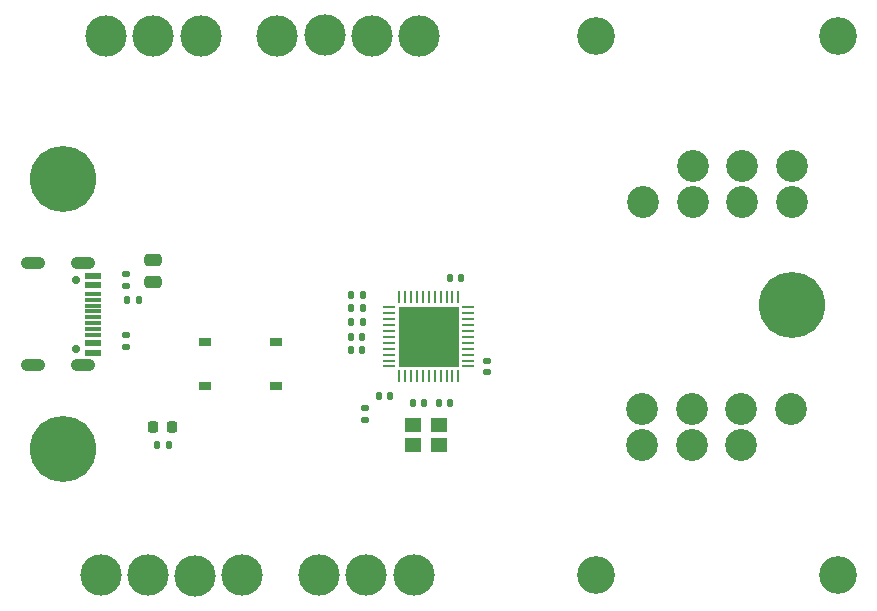
<source format=gbr>
%TF.GenerationSoftware,KiCad,Pcbnew,(6.0.10)*%
%TF.CreationDate,2023-01-18T21:36:02-05:00*%
%TF.ProjectId,32U4_NES_SNES_adapter,33325534-5f4e-4455-935f-534e45535f61,rev?*%
%TF.SameCoordinates,Original*%
%TF.FileFunction,Soldermask,Top*%
%TF.FilePolarity,Negative*%
%FSLAX46Y46*%
G04 Gerber Fmt 4.6, Leading zero omitted, Abs format (unit mm)*
G04 Created by KiCad (PCBNEW (6.0.10)) date 2023-01-18 21:36:02*
%MOMM*%
%LPD*%
G01*
G04 APERTURE LIST*
G04 Aperture macros list*
%AMRoundRect*
0 Rectangle with rounded corners*
0 $1 Rounding radius*
0 $2 $3 $4 $5 $6 $7 $8 $9 X,Y pos of 4 corners*
0 Add a 4 corners polygon primitive as box body*
4,1,4,$2,$3,$4,$5,$6,$7,$8,$9,$2,$3,0*
0 Add four circle primitives for the rounded corners*
1,1,$1+$1,$2,$3*
1,1,$1+$1,$4,$5*
1,1,$1+$1,$6,$7*
1,1,$1+$1,$8,$9*
0 Add four rect primitives between the rounded corners*
20,1,$1+$1,$2,$3,$4,$5,0*
20,1,$1+$1,$4,$5,$6,$7,0*
20,1,$1+$1,$6,$7,$8,$9,0*
20,1,$1+$1,$8,$9,$2,$3,0*%
G04 Aperture macros list end*
%ADD10R,1.000000X0.750000*%
%ADD11RoundRect,0.140000X0.140000X0.170000X-0.140000X0.170000X-0.140000X-0.170000X0.140000X-0.170000X0*%
%ADD12C,3.500000*%
%ADD13RoundRect,0.135000X-0.135000X-0.185000X0.135000X-0.185000X0.135000X0.185000X-0.135000X0.185000X0*%
%ADD14RoundRect,0.135000X0.185000X-0.135000X0.185000X0.135000X-0.185000X0.135000X-0.185000X-0.135000X0*%
%ADD15C,3.200000*%
%ADD16C,2.700000*%
%ADD17C,5.600000*%
%ADD18RoundRect,0.135000X0.135000X0.185000X-0.135000X0.185000X-0.135000X-0.185000X0.135000X-0.185000X0*%
%ADD19RoundRect,0.218750X0.218750X0.256250X-0.218750X0.256250X-0.218750X-0.256250X0.218750X-0.256250X0*%
%ADD20RoundRect,0.062500X-0.475000X-0.062500X0.475000X-0.062500X0.475000X0.062500X-0.475000X0.062500X0*%
%ADD21RoundRect,0.062500X-0.062500X-0.475000X0.062500X-0.475000X0.062500X0.475000X-0.062500X0.475000X0*%
%ADD22R,5.200000X5.200000*%
%ADD23RoundRect,0.140000X-0.170000X0.140000X-0.170000X-0.140000X0.170000X-0.140000X0.170000X0.140000X0*%
%ADD24R,1.400000X1.200000*%
%ADD25RoundRect,0.250000X0.475000X-0.250000X0.475000X0.250000X-0.475000X0.250000X-0.475000X-0.250000X0*%
%ADD26RoundRect,0.140000X-0.140000X-0.170000X0.140000X-0.170000X0.140000X0.170000X-0.140000X0.170000X0*%
%ADD27C,0.700000*%
%ADD28R,1.450000X0.600000*%
%ADD29R,1.450000X0.300000*%
%ADD30O,2.100000X1.050000*%
%ADD31RoundRect,0.140000X0.170000X-0.140000X0.170000X0.140000X-0.170000X0.140000X-0.170000X-0.140000X0*%
G04 APERTURE END LIST*
D10*
%TO.C,S1*%
X111922500Y-104770400D03*
X105922500Y-104770400D03*
X111922500Y-101020400D03*
X105922500Y-101020400D03*
%TD*%
D11*
%TO.C,C9*%
X119250400Y-97028000D03*
X118290400Y-97028000D03*
%TD*%
%TO.C,C7*%
X120627200Y-105587800D03*
X121587200Y-105587800D03*
%TD*%
%TO.C,C8*%
X119225000Y-101727000D03*
X118265000Y-101727000D03*
%TD*%
D12*
%TO.C,J2*%
X97064000Y-120709000D03*
X101064000Y-120709000D03*
X105064000Y-120809000D03*
X109064000Y-120709000D03*
X115564000Y-120709000D03*
X119564000Y-120709000D03*
X123564000Y-120709000D03*
%TD*%
D13*
%TO.C,R6*%
X118235000Y-98171000D03*
X119255000Y-98171000D03*
%TD*%
D14*
%TO.C,R3*%
X119456200Y-107596400D03*
X119456200Y-106576400D03*
%TD*%
D15*
%TO.C,J5*%
X138975000Y-75125000D03*
X159475000Y-75125000D03*
D16*
X147168000Y-86125000D03*
X151359000Y-86125000D03*
X155550000Y-86125000D03*
X155550000Y-89125000D03*
X151359000Y-89125000D03*
X147168000Y-89125000D03*
X142977000Y-89125000D03*
%TD*%
D17*
%TO.C,H3*%
X155550000Y-97917000D03*
%TD*%
D15*
%TO.C,J4*%
X138975000Y-120709000D03*
X159475000Y-120709000D03*
D16*
X151282000Y-109709000D03*
X147091000Y-109709000D03*
X142900000Y-109709000D03*
X142900000Y-106709000D03*
X147091000Y-106709000D03*
X151282000Y-106709000D03*
X155473000Y-106709000D03*
%TD*%
D18*
%TO.C,R4*%
X102821200Y-109728000D03*
X101801200Y-109728000D03*
%TD*%
D11*
%TO.C,C10*%
X119225000Y-100584000D03*
X118265000Y-100584000D03*
%TD*%
D17*
%TO.C,H1*%
X93895500Y-87249000D03*
%TD*%
D19*
%TO.C,D1*%
X103098700Y-108204000D03*
X101523700Y-108204000D03*
%TD*%
D13*
%TO.C,R5*%
X118235000Y-99314000D03*
X119255000Y-99314000D03*
%TD*%
D17*
%TO.C,H2*%
X93895500Y-110109000D03*
%TD*%
D18*
%TO.C,R2*%
X100332000Y-97429000D03*
X99312000Y-97429000D03*
%TD*%
D20*
%TO.C,U1*%
X121503500Y-98084000D03*
X121503500Y-98584000D03*
X121503500Y-99084000D03*
X121503500Y-99584000D03*
X121503500Y-100084000D03*
X121503500Y-100584000D03*
X121503500Y-101084000D03*
X121503500Y-101584000D03*
X121503500Y-102084000D03*
X121503500Y-102584000D03*
X121503500Y-103084000D03*
D21*
X122341000Y-103921500D03*
X122841000Y-103921500D03*
X123341000Y-103921500D03*
X123841000Y-103921500D03*
X124341000Y-103921500D03*
X124841000Y-103921500D03*
X125341000Y-103921500D03*
X125841000Y-103921500D03*
X126341000Y-103921500D03*
X126841000Y-103921500D03*
X127341000Y-103921500D03*
D20*
X128178500Y-103084000D03*
X128178500Y-102584000D03*
X128178500Y-102084000D03*
X128178500Y-101584000D03*
X128178500Y-101084000D03*
X128178500Y-100584000D03*
X128178500Y-100084000D03*
X128178500Y-99584000D03*
X128178500Y-99084000D03*
X128178500Y-98584000D03*
X128178500Y-98084000D03*
D21*
X127341000Y-97246500D03*
X126841000Y-97246500D03*
X126341000Y-97246500D03*
X125841000Y-97246500D03*
X125341000Y-97246500D03*
X124841000Y-97246500D03*
X124341000Y-97246500D03*
X123841000Y-97246500D03*
X123341000Y-97246500D03*
X122841000Y-97246500D03*
X122341000Y-97246500D03*
D22*
X124841000Y-100584000D03*
%TD*%
D14*
%TO.C,R1*%
X99187000Y-101449000D03*
X99187000Y-100429000D03*
%TD*%
D23*
%TO.C,C6*%
X129794000Y-102584000D03*
X129794000Y-103544000D03*
%TD*%
D24*
%TO.C,Y1*%
X125687000Y-108012000D03*
X123487000Y-108012000D03*
X123487000Y-109712000D03*
X125687000Y-109712000D03*
%TD*%
D11*
%TO.C,C1*%
X126647000Y-106172000D03*
X125687000Y-106172000D03*
%TD*%
D25*
%TO.C,C4*%
X101523800Y-95946000D03*
X101523800Y-94046000D03*
%TD*%
D26*
%TO.C,C2*%
X123472000Y-106172000D03*
X124432000Y-106172000D03*
%TD*%
D12*
%TO.C,J3*%
X124014000Y-75125000D03*
X120014000Y-75125000D03*
X116014000Y-75025000D03*
X112014000Y-75125000D03*
X105514000Y-75125000D03*
X101514000Y-75125000D03*
X97514000Y-75125000D03*
%TD*%
D11*
%TO.C,C5*%
X127578000Y-95631000D03*
X126618000Y-95631000D03*
%TD*%
D27*
%TO.C,J1*%
X95005500Y-101569000D03*
X95005500Y-95789000D03*
D28*
X96450500Y-95429000D03*
X96450500Y-96229000D03*
D29*
X96450500Y-97429000D03*
X96450500Y-98429000D03*
X96450500Y-98929000D03*
X96450500Y-99929000D03*
D28*
X96450500Y-101929000D03*
X96450500Y-101129000D03*
D29*
X96450500Y-100429000D03*
X96450500Y-99429000D03*
X96450500Y-97929000D03*
X96450500Y-96929000D03*
D30*
X95535500Y-94359000D03*
X95535500Y-102999000D03*
X91355500Y-94359000D03*
X91355500Y-102999000D03*
%TD*%
D31*
%TO.C,C3*%
X99187000Y-96238000D03*
X99187000Y-95278000D03*
%TD*%
M02*

</source>
